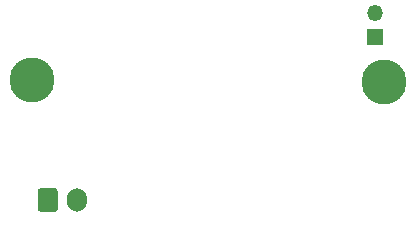
<source format=gbr>
%TF.GenerationSoftware,KiCad,Pcbnew,5.1.10-88a1d61d58~90~ubuntu21.04.1*%
%TF.CreationDate,2021-08-03T21:09:56+05:30*%
%TF.ProjectId,The Sixth Eye KiCAD,54686520-5369-4787-9468-20457965204b,v2*%
%TF.SameCoordinates,Original*%
%TF.FileFunction,Soldermask,Bot*%
%TF.FilePolarity,Negative*%
%FSLAX46Y46*%
G04 Gerber Fmt 4.6, Leading zero omitted, Abs format (unit mm)*
G04 Created by KiCad (PCBNEW 5.1.10-88a1d61d58~90~ubuntu21.04.1) date 2021-08-03 21:09:56*
%MOMM*%
%LPD*%
G01*
G04 APERTURE LIST*
%ADD10O,1.350000X1.350000*%
%ADD11R,1.350000X1.350000*%
%ADD12C,3.800000*%
%ADD13C,2.600000*%
%ADD14O,1.700000X2.000000*%
G04 APERTURE END LIST*
D10*
%TO.C,J1*%
X159400000Y-79900000D03*
D11*
X159400000Y-81900000D03*
%TD*%
D12*
%TO.C,H1*%
X130400000Y-85500000D03*
D13*
X130400000Y-85500000D03*
%TD*%
%TO.C,H2*%
X160200000Y-85700000D03*
D12*
X160200000Y-85700000D03*
%TD*%
%TO.C,J2*%
G36*
G01*
X130850000Y-96450000D02*
X130850000Y-94950000D01*
G75*
G02*
X131100000Y-94700000I250000J0D01*
G01*
X132300000Y-94700000D01*
G75*
G02*
X132550000Y-94950000I0J-250000D01*
G01*
X132550000Y-96450000D01*
G75*
G02*
X132300000Y-96700000I-250000J0D01*
G01*
X131100000Y-96700000D01*
G75*
G02*
X130850000Y-96450000I0J250000D01*
G01*
G37*
D14*
X134200000Y-95700000D03*
%TD*%
M02*

</source>
